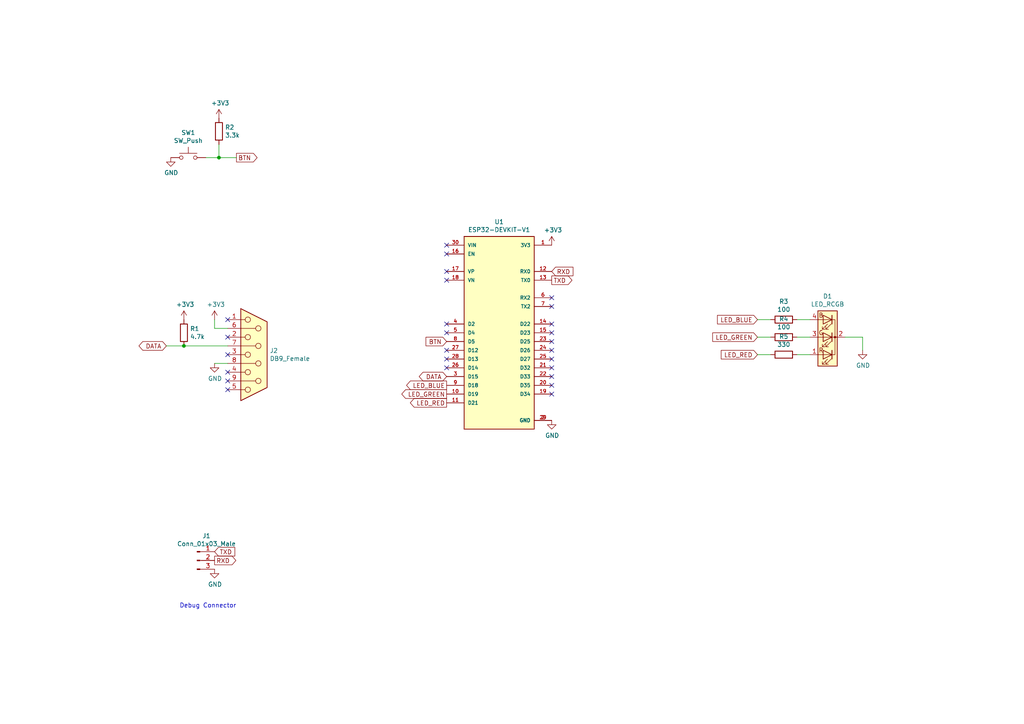
<source format=kicad_sch>
(kicad_sch (version 20211123) (generator eeschema)
  (paper "A4")
  (lib_symbols
    (symbol "Connector:Conn_01x03_Male" (pin_names (offset 1.016) hide)
      (property "Reference" "J" (at 0 5.08 0))
      (property "Value" "Conn_01x03_Male" (at 0 -5.08 0))
      (symbol "Conn_01x03_Male_1_1"
        (polyline (pts (xy 1.27 -2.54) (xy 0.8636 -2.54)) (stroke (width 0.1524)))
        (polyline (pts (xy 1.27 0) (xy 0.8636 0)) (stroke (width 0.1524)))
        (polyline (pts (xy 1.27 2.54) (xy 0.8636 2.54)) (stroke (width 0.1524)))
        (rectangle (start 0.8636 -2.413) (end 0 -2.667) (stroke (width 0.1524)) (fill (type outline)))
        (rectangle (start 0.8636 0.127) (end 0 -0.127) (stroke (width 0.1524)) (fill (type outline)))
        (rectangle (start 0.8636 2.667) (end 0 2.413) (stroke (width 0.1524)) (fill (type outline)))
        (pin passive line (at 5.08 2.54 180) (length 3.81) (name "Pin_1") (number "1"))
        (pin passive line (at 5.08 0 180) (length 3.81) (name "Pin_2") (number "2"))
        (pin passive line (at 5.08 -2.54 180) (length 3.81) (name "Pin_3") (number "3"))
      )
    )
    (symbol "Connector:DB9_Female" (pin_names (offset 1.016) hide)
      (property "Reference" "J" (at 0 13.97 0))
      (property "Value" "DB9_Female" (at 0 -14.605 0))
      (symbol "DB9_Female_0_1"
        (circle (center -1.778 -10.16) (radius 0.762))
        (circle (center -1.778 -5.08) (radius 0.762))
        (circle (center -1.778 0) (radius 0.762))
        (circle (center -1.778 5.08) (radius 0.762))
        (circle (center -1.778 10.16) (radius 0.762))
        (polyline (pts (xy -3.81 -10.16) (xy -2.54 -10.16)))
        (polyline (pts (xy -3.81 -7.62) (xy 0.508 -7.62)))
        (polyline (pts (xy -3.81 -5.08) (xy -2.54 -5.08)))
        (polyline (pts (xy -3.81 -2.54) (xy 0.508 -2.54)))
        (polyline (pts (xy -3.81 0) (xy -2.54 0)))
        (polyline (pts (xy -3.81 2.54) (xy 0.508 2.54)))
        (polyline (pts (xy -3.81 5.08) (xy -2.54 5.08)))
        (polyline (pts (xy -3.81 7.62) (xy 0.508 7.62)))
        (polyline (pts (xy -3.81 10.16) (xy -2.54 10.16)))
        (polyline (pts (xy -3.81 13.335) (xy -3.81 -13.335) (xy 3.81 -9.525) (xy 3.81 9.525) (xy -3.81 13.335)) (stroke (width 0.254)) (fill (type background)))
        (circle (center 1.27 -7.62) (radius 0.762))
        (circle (center 1.27 -2.54) (radius 0.762))
        (circle (center 1.27 2.54) (radius 0.762))
        (circle (center 1.27 7.62) (radius 0.762))
      )
      (symbol "DB9_Female_1_1"
        (pin passive line (at -7.62 10.16 0) (length 3.81) (name "1") (number "1"))
        (pin passive line (at -7.62 5.08 0) (length 3.81) (name "2") (number "2"))
        (pin passive line (at -7.62 0 0) (length 3.81) (name "3") (number "3"))
        (pin passive line (at -7.62 -5.08 0) (length 3.81) (name "4") (number "4"))
        (pin passive line (at -7.62 -10.16 0) (length 3.81) (name "5") (number "5"))
        (pin passive line (at -7.62 7.62 0) (length 3.81) (name "6") (number "6"))
        (pin passive line (at -7.62 2.54 0) (length 3.81) (name "7") (number "7"))
        (pin passive line (at -7.62 -2.54 0) (length 3.81) (name "8") (number "8"))
        (pin passive line (at -7.62 -7.62 0) (length 3.81) (name "9") (number "9"))
      )
    )
    (symbol "Device:R" (pin_numbers hide) (pin_names (offset 0))
      (property "Reference" "R" (at 2.032 0 90))
      (property "Value" "R" (at 0 0 90))
      (symbol "R_0_1"
        (rectangle (start -1.016 -2.54) (end 1.016 2.54) (stroke (width 0.254)))
      )
      (symbol "R_1_1"
        (pin passive line (at 0 3.81 270) (length 1.27) (name "~") (number "1"))
        (pin passive line (at 0 -3.81 90) (length 1.27) (name "~") (number "2"))
      )
    )
    (symbol "ESP32-DEVKIT-V1:ESP32-DEVKIT-V1" (pin_names (offset 1.016))
      (property "Reference" "U" (at -10.16 30.48 0))
      (property "Value" "ESP32-DEVKIT-V1" (at -10.16 -30.48 0))
      (symbol "ESP32-DEVKIT-V1_0_0"
        (rectangle (start -10.16 -27.94) (end 10.16 27.94) (stroke (width 0.254)) (fill (type background)))
        (pin output line (at 15.24 25.4 180) (length 5.08) (name "3V3") (number "1"))
        (pin bidirectional line (at -15.24 -17.78 0) (length 5.08) (name "D19") (number "10"))
        (pin bidirectional line (at -15.24 -20.32 0) (length 5.08) (name "D21") (number "11"))
        (pin input line (at 15.24 17.78 180) (length 5.08) (name "RX0") (number "12"))
        (pin output line (at 15.24 15.24 180) (length 5.08) (name "TX0") (number "13"))
        (pin bidirectional line (at 15.24 2.54 180) (length 5.08) (name "D22") (number "14"))
        (pin bidirectional line (at 15.24 0 180) (length 5.08) (name "D23") (number "15"))
        (pin input line (at -15.24 22.86 0) (length 5.08) (name "EN") (number "16"))
        (pin bidirectional line (at -15.24 17.78 0) (length 5.08) (name "VP") (number "17"))
        (pin bidirectional line (at -15.24 15.24 0) (length 5.08) (name "VN") (number "18"))
        (pin bidirectional line (at 15.24 -17.78 180) (length 5.08) (name "D34") (number "19"))
        (pin power_in line (at 15.24 -25.4 180) (length 5.08) (name "GND") (number "2"))
        (pin bidirectional line (at 15.24 -15.24 180) (length 5.08) (name "D35") (number "20"))
        (pin bidirectional line (at 15.24 -10.16 180) (length 5.08) (name "D32") (number "21"))
        (pin bidirectional line (at 15.24 -12.7 180) (length 5.08) (name "D33") (number "22"))
        (pin bidirectional line (at 15.24 -2.54 180) (length 5.08) (name "D25") (number "23"))
        (pin bidirectional line (at 15.24 -5.08 180) (length 5.08) (name "D26") (number "24"))
        (pin bidirectional line (at 15.24 -7.62 180) (length 5.08) (name "D27") (number "25"))
        (pin bidirectional line (at -15.24 -10.16 0) (length 5.08) (name "D14") (number "26"))
        (pin bidirectional line (at -15.24 -5.08 0) (length 5.08) (name "D12") (number "27"))
        (pin bidirectional line (at -15.24 -7.62 0) (length 5.08) (name "D13") (number "28"))
        (pin power_in line (at 15.24 -25.4 180) (length 5.08) (name "GND") (number "29"))
        (pin bidirectional line (at -15.24 -12.7 0) (length 5.08) (name "D15") (number "3"))
        (pin input line (at -15.24 25.4 0) (length 5.08) (name "VIN") (number "30"))
        (pin bidirectional line (at -15.24 2.54 0) (length 5.08) (name "D2") (number "4"))
        (pin bidirectional line (at -15.24 0 0) (length 5.08) (name "D4") (number "5"))
        (pin input line (at 15.24 10.16 180) (length 5.08) (name "RX2") (number "6"))
        (pin output line (at 15.24 7.62 180) (length 5.08) (name "TX2") (number "7"))
        (pin bidirectional line (at -15.24 -2.54 0) (length 5.08) (name "D5") (number "8"))
        (pin bidirectional line (at -15.24 -15.24 0) (length 5.08) (name "D18") (number "9"))
      )
    )
    (symbol "Project-rescue:+3.3V-power" (power) (pin_names (offset 0))
      (property "Value" "+3.3V-power" (at 0 3.556 0))
      (symbol "+3.3V-power_0_1"
        (polyline (pts (xy -0.762 1.27) (xy 0 2.54)))
        (polyline (pts (xy 0 0) (xy 0 2.54)))
        (polyline (pts (xy 0 2.54) (xy 0.762 1.27)))
      )
      (symbol "+3.3V-power_1_1"
        (pin power_in line (at 0 0 90) (length 0) hide (name "+3V3") (number "1"))
      )
    )
    (symbol "Project-rescue:LED_RCGB-Device" (pin_names (offset 0) hide)
      (property "Reference" "D" (at 0 9.398 0))
      (property "Value" "LED_RCGB-Device" (at 0 -8.89 0))
      (symbol "LED_RCGB-Device_0_0"
        (text "B" (at 1.905 -6.35 0) (effects (font (size 1.27 1.27))))
        (text "G" (at 1.905 -1.27 0) (effects (font (size 1.27 1.27))))
        (text "R" (at 1.905 3.81 0) (effects (font (size 1.27 1.27))))
      )
      (symbol "LED_RCGB-Device_0_1"
        (circle (center -2.159 0) (radius 0.254) (fill (type outline)))
        (polyline (pts (xy -1.27 -3.81) (xy -1.27 -6.35)))
        (polyline (pts (xy -1.27 -3.81) (xy -1.27 -6.35)) (stroke (width 0.2032)))
        (polyline (pts (xy -1.27 0) (xy -2.54 0)))
        (polyline (pts (xy -1.27 0) (xy 1.27 0)))
        (polyline (pts (xy -1.27 1.27) (xy -1.27 -1.27)) (stroke (width 0.2032)))
        (polyline (pts (xy -1.27 5.08) (xy 1.27 5.08)))
        (polyline (pts (xy -1.27 6.35) (xy -1.27 3.81)) (stroke (width 0.2032)))
        (polyline (pts (xy 1.27 -5.08) (xy -1.27 -5.08)))
        (polyline (pts (xy 1.27 -5.08) (xy 2.54 -5.08)))
        (polyline (pts (xy 1.27 0) (xy 2.54 0)))
        (polyline (pts (xy 1.27 5.08) (xy 2.54 5.08)))
        (polyline (pts (xy -1.27 1.27) (xy -1.27 -1.27) (xy -1.27 -1.27)))
        (polyline (pts (xy -1.27 6.35) (xy -1.27 3.81) (xy -1.27 3.81)))
        (polyline (pts (xy -1.27 5.08) (xy -2.159 5.08) (xy -2.159 -5.08) (xy -1.016 -5.08)))
        (polyline (pts (xy 1.27 -3.81) (xy 1.27 -6.35) (xy -1.27 -5.08) (xy 1.27 -3.81)) (stroke (width 0.2032)))
        (polyline (pts (xy 1.27 1.27) (xy 1.27 -1.27) (xy -1.27 0) (xy 1.27 1.27)) (stroke (width 0.2032)))
        (polyline (pts (xy 1.27 6.35) (xy 1.27 3.81) (xy -1.27 5.08) (xy 1.27 6.35)) (stroke (width 0.2032)))
        (polyline (pts (xy -1.016 -3.81) (xy 0.508 -2.286) (xy -0.254 -2.286) (xy 0.508 -2.286) (xy 0.508 -3.048)))
        (polyline (pts (xy -1.016 1.27) (xy 0.508 2.794) (xy -0.254 2.794) (xy 0.508 2.794) (xy 0.508 2.032)))
        (polyline (pts (xy -1.016 6.35) (xy 0.508 7.874) (xy -0.254 7.874) (xy 0.508 7.874) (xy 0.508 7.112)))
        (polyline (pts (xy 0 -3.81) (xy 1.524 -2.286) (xy 0.762 -2.286) (xy 1.524 -2.286) (xy 1.524 -3.048)))
        (polyline (pts (xy 0 1.27) (xy 1.524 2.794) (xy 0.762 2.794) (xy 1.524 2.794) (xy 1.524 2.032)))
        (polyline (pts (xy 0 6.35) (xy 1.524 7.874) (xy 0.762 7.874) (xy 1.524 7.874) (xy 1.524 7.112)))
        (rectangle (start 1.27 -1.27) (end 1.27 1.27))
        (rectangle (start 1.27 1.27) (end 1.27 1.27))
        (rectangle (start 1.27 3.81) (end 1.27 6.35))
        (rectangle (start 1.27 6.35) (end 1.27 6.35))
        (rectangle (start 2.794 8.382) (end -2.794 -7.62) (stroke (width 0.254)) (fill (type background)))
      )
      (symbol "LED_RCGB-Device_1_1"
        (pin passive line (at 5.08 5.08 180) (length 2.54) (name "RA") (number "1"))
        (pin passive line (at -5.08 0 0) (length 2.54) (name "K") (number "2"))
        (pin passive line (at 5.08 0 180) (length 2.54) (name "GA") (number "3"))
        (pin passive line (at 5.08 -5.08 180) (length 2.54) (name "BA") (number "4"))
      )
    )
    (symbol "Switch:SW_Push" (pin_numbers hide) (pin_names (offset 1.016) hide)
      (property "Reference" "SW" (at 1.27 2.54 0))
      (property "Value" "SW_Push" (at 0 -1.524 0))
      (symbol "SW_Push_0_1"
        (circle (center -2.032 0) (radius 0.508))
        (polyline (pts (xy 0 1.27) (xy 0 3.048)))
        (polyline (pts (xy 2.54 1.27) (xy -2.54 1.27)))
        (circle (center 2.032 0) (radius 0.508))
        (pin passive line (at -5.08 0 0) (length 2.54) (name "1") (number "1"))
        (pin passive line (at 5.08 0 180) (length 2.54) (name "2") (number "2"))
      )
    )
    (symbol "power:GND" (power) (pin_names (offset 0))
      (property "Value" "GND" (at 0 -3.81 0))
      (symbol "GND_0_1"
        (polyline (pts (xy 0 0) (xy 0 -1.27) (xy 1.27 -1.27) (xy 0 -2.54) (xy -1.27 -1.27) (xy 0 -1.27)))
      )
      (symbol "GND_1_1"
        (pin power_in line (at 0 0 270) (length 0) hide (name "GND") (number "1"))
      )
    )
  )
  (junction (at 63.5 45.72))
  (junction (at 53.34 100.33))
  (no_connect (at 160.02 104.14))
  (no_connect (at 160.02 99.06))
  (no_connect (at 129.54 93.98))
  (no_connect (at 160.02 106.68))
  (no_connect (at 129.54 101.6))
  (no_connect (at 66.04 107.95))
  (no_connect (at 129.54 71.12))
  (no_connect (at 160.02 88.9))
  (no_connect (at 66.04 97.79))
  (no_connect (at 66.04 92.71))
  (no_connect (at 66.04 113.03))
  (no_connect (at 160.02 86.36))
  (no_connect (at 160.02 114.3))
  (no_connect (at 129.54 81.28))
  (no_connect (at 129.54 106.68))
  (no_connect (at 160.02 111.76))
  (no_connect (at 129.54 73.66))
  (no_connect (at 160.02 96.52))
  (no_connect (at 129.54 96.52))
  (no_connect (at 66.04 102.87))
  (no_connect (at 129.54 78.74))
  (no_connect (at 160.02 101.6))
  (no_connect (at 66.04 110.49))
  (no_connect (at 160.02 93.98))
  (no_connect (at 129.54 104.14))
  (no_connect (at 160.02 109.22))
  (wire (pts (xy 53.34 100.33) (xy 48.26 100.33)))
  (wire (pts (xy 231.14 92.71) (xy 234.95 92.71)))
  (wire (pts (xy 219.71 92.71) (xy 223.52 92.71)))
  (wire (pts (xy 62.23 95.25) (xy 66.04 95.25)))
  (wire (pts (xy 62.23 92.71) (xy 62.23 95.25)))
  (wire (pts (xy 231.14 102.87) (xy 234.95 102.87)))
  (wire (pts (xy 63.5 45.72) (xy 68.58 45.72)))
  (wire (pts (xy 219.71 102.87) (xy 223.52 102.87)))
  (wire (pts (xy 245.11 97.79) (xy 250.19 97.79)))
  (wire (pts (xy 219.71 97.79) (xy 223.52 97.79)))
  (wire (pts (xy 66.04 100.33) (xy 53.34 100.33)))
  (wire (pts (xy 62.23 105.41) (xy 66.04 105.41)))
  (wire (pts (xy 59.69 45.72) (xy 63.5 45.72)))
  (wire (pts (xy 63.5 45.72) (xy 63.5 41.91)))
  (wire (pts (xy 231.14 97.79) (xy 234.95 97.79)))
  (wire (pts (xy 250.19 97.79) (xy 250.19 101.6)))
  (text "Debug Connector" (at 68.58 176.53 180) (effects (font (size 1.27 1.27)) (justify right bottom)))
  (global_label "LED_RED" (shape output) (at 129.54 116.84 180) (property "Intersheet References" "${INTERSHEET_REFS}" (effects hide)))
  (global_label "TXD" (shape input) (at 62.23 160.02 0) (property "Intersheet References" "${INTERSHEET_REFS}" (effects hide)))
  (global_label "BTN" (shape output) (at 68.58 45.72 0) (property "Intersheet References" "${INTERSHEET_REFS}" (effects hide)))
  (global_label "LED_BLUE" (shape input) (at 219.71 92.71 180) (property "Intersheet References" "${INTERSHEET_REFS}" (effects hide)))
  (global_label "DATA" (shape bidirectional) (at 129.54 109.22 180) (property "Intersheet References" "${INTERSHEET_REFS}" (effects hide)))
  (global_label "LED_GREEN" (shape output) (at 129.54 114.3 180) (property "Intersheet References" "${INTERSHEET_REFS}" (effects hide)))
  (global_label "DATA" (shape bidirectional) (at 48.26 100.33 180) (property "Intersheet References" "${INTERSHEET_REFS}" (effects hide)))
  (global_label "LED_RED" (shape input) (at 219.71 102.87 180) (property "Intersheet References" "${INTERSHEET_REFS}" (effects hide)))
  (global_label "RXD" (shape output) (at 62.23 162.56 0) (property "Intersheet References" "${INTERSHEET_REFS}" (effects hide)))
  (global_label "TXD" (shape output) (at 160.02 81.28 0) (property "Intersheet References" "${INTERSHEET_REFS}" (effects hide)))
  (global_label "RXD" (shape input) (at 160.02 78.74 0) (property "Intersheet References" "${INTERSHEET_REFS}" (effects hide)))
  (global_label "LED_BLUE" (shape output) (at 129.54 111.76 180) (property "Intersheet References" "${INTERSHEET_REFS}" (effects hide)))
  (global_label "BTN" (shape input) (at 129.54 99.06 180) (property "Intersheet References" "${INTERSHEET_REFS}" (effects hide)))
  (global_label "LED_GREEN" (shape input) (at 219.71 97.79 180) (property "Intersheet References" "${INTERSHEET_REFS}" (effects hide)))
  (symbol (lib_id "ESP32-DEVKIT-V1:ESP32-DEVKIT-V1") (at 144.78 96.52 0) (unit 1)
    (property "Reference" "U1" (at 144.78 64.3382 0))
    (property "Value" "ESP32-DEVKIT-V1" (at 144.78 66.6496 0))
    (property "Footprint" "ESP32-DEVKIT-V1:MODULE_ESP32_DEVKIT_V1" (effects hide))
    (property "PARTREV" "N/A" (effects hide))
    (property "STANDARD" "Manufacturer Recommendations" (effects hide))
    (property "MANUFACTURER" "DOIT" (effects hide))
    (property "MAXIMUM_PACKAGE_HEIGHT" "6.8 mm" (effects hide))
  )
  (symbol (lib_id "Switch:SW_Push") (at 54.61 45.72 0) (unit 1)
    (property "Reference" "SW1" (at 54.61 38.481 0))
    (property "Value" "SW_Push" (at 54.61 40.7924 0))
    (property "Footprint" "Button_Switch_THT:SW_PUSH_6mm_H5mm" (effects hide))
  )
  (symbol (lib_id "power:GND") (at 160.02 121.92 0) (unit 1)
    (property "Reference" "#PWR08" (effects hide))
    (property "Value" "GND" (at 160.147 126.3142 0))
  )
  (symbol (lib_id "Project-rescue:+3.3V-power") (at 160.02 71.12 0) (unit 1)
    (property "Reference" "#PWR07" (effects hide))
    (property "Value" "+3.3V" (at 160.401 66.7258 0))
  )
  (symbol (lib_id "power:GND") (at 49.53 45.72 0) (unit 1)
    (property "Reference" "#PWR01" (effects hide))
    (property "Value" "GND" (at 49.657 50.1142 0))
  )
  (symbol (lib_id "Device:R") (at 63.5 38.1 0) (unit 1)
    (property "Reference" "R2" (at 65.278 36.9316 0) (effects (justify left)))
    (property "Value" "3.3k" (at 65.278 39.243 0) (effects (justify left)))
    (property "Footprint" "Resistor_THT:R_Axial_DIN0207_L6.3mm_D2.5mm_P10.16mm_Horizontal" (effects hide))
  )
  (symbol (lib_id "Project-rescue:+3.3V-power") (at 63.5 34.29 0) (unit 1)
    (property "Reference" "#PWR06" (effects hide))
    (property "Value" "+3.3V" (at 63.881 29.8958 0))
  )
  (symbol (lib_id "Connector:Conn_01x03_Male") (at 57.15 162.56 0) (unit 1)
    (property "Reference" "J1" (at 59.8932 155.4226 0))
    (property "Value" "Conn_01x03_Male" (at 59.8932 157.734 0))
    (property "Footprint" "Connector_PinHeader_2.54mm:PinHeader_1x03_P2.54mm_Vertical" (effects hide))
  )
  (symbol (lib_id "power:GND") (at 62.23 165.1 0) (unit 1)
    (property "Reference" "#PWR05" (effects hide))
    (property "Value" "GND" (at 62.357 169.4942 0))
  )
  (symbol (lib_id "Connector:DB9_Female") (at 73.66 102.87 0) (unit 1)
    (property "Reference" "J2" (at 78.232 101.7016 0) (effects (justify left)))
    (property "Value" "DB9_Female" (at 78.232 104.013 0) (effects (justify left)))
    (property "Footprint" "Connector_Dsub:DSUB-9_Female_Horizontal_P2.77x2.84mm_EdgePinOffset7.70mm_Housed_MountingHolesOffset9.12mm" (effects hide))
    (property "Datasheet" " ~" (effects hide))
  )
  (symbol (lib_id "Project-rescue:LED_RCGB-Device") (at 240.03 97.79 180) (unit 1)
    (property "Reference" "D1" (at 240.03 85.9282 0))
    (property "Value" "LED_RCGB" (at 240.03 88.2396 0))
    (property "Footprint" "LED_THT:LED_D5.0mm-4_RGB_Wide_Pins" (effects hide))
  )
  (symbol (lib_id "power:GND") (at 250.19 101.6 0) (unit 1)
    (property "Reference" "#PWR09" (effects hide))
    (property "Value" "GND" (at 250.317 105.9942 0))
  )
  (symbol (lib_id "Project-rescue:+3.3V-power") (at 62.23 92.71 0) (unit 1)
    (property "Reference" "#PWR03" (effects hide))
    (property "Value" "+3.3V" (at 62.611 88.3158 0))
  )
  (symbol (lib_id "power:GND") (at 62.23 105.41 0) (unit 1)
    (property "Reference" "#PWR04" (effects hide))
    (property "Value" "GND" (at 62.357 109.8042 0))
  )
  (symbol (lib_id "Device:R") (at 53.34 96.52 0) (unit 1)
    (property "Reference" "R1" (at 55.118 95.3516 0) (effects (justify left)))
    (property "Value" "4.7k" (at 55.118 97.663 0) (effects (justify left)))
    (property "Footprint" "Resistor_THT:R_Axial_DIN0207_L6.3mm_D2.5mm_P10.16mm_Horizontal" (effects hide))
  )
  (symbol (lib_id "Project-rescue:+3.3V-power") (at 53.34 92.71 0) (unit 1)
    (property "Reference" "#PWR02" (effects hide))
    (property "Value" "+3.3V" (at 53.721 88.3158 0))
  )
  (symbol (lib_id "Device:R") (at 227.33 92.71 270) (unit 1)
    (property "Reference" "R3" (at 227.33 87.4522 90))
    (property "Value" "100" (at 227.33 89.7636 90))
    (property "Footprint" "Resistor_THT:R_Axial_DIN0207_L6.3mm_D2.5mm_P10.16mm_Horizontal" (effects hide))
  )
  (symbol (lib_id "Device:R") (at 227.33 97.79 270) (unit 1)
    (property "Reference" "R4" (at 227.33 92.5322 90))
    (property "Value" "100" (at 227.33 94.8436 90))
    (property "Footprint" "Resistor_THT:R_Axial_DIN0207_L6.3mm_D2.5mm_P10.16mm_Horizontal" (effects hide))
  )
  (symbol (lib_id "Device:R") (at 227.33 102.87 270) (unit 1)
    (property "Reference" "R5" (at 227.33 97.6122 90))
    (property "Value" "330" (at 227.33 99.9236 90))
    (property "Footprint" "Resistor_THT:R_Axial_DIN0207_L6.3mm_D2.5mm_P10.16mm_Horizontal" (effects hide))
  )
)
</source>
